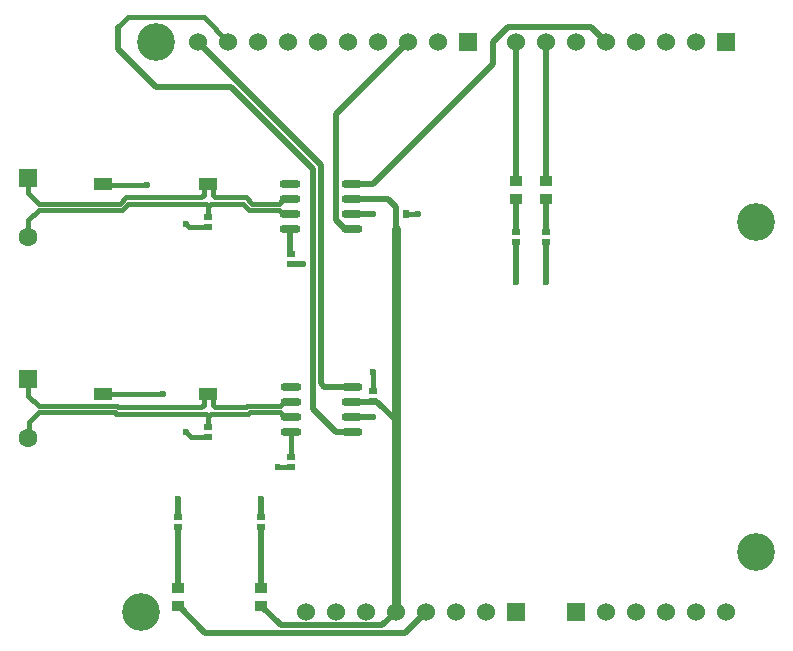
<source format=gtl>
G04*
G04 #@! TF.GenerationSoftware,Altium Limited,Altium Designer,20.2.6 (244)*
G04*
G04 Layer_Physical_Order=1*
G04 Layer_Color=255*
%FSLAX25Y25*%
%MOIN*%
G70*
G04*
G04 #@! TF.SameCoordinates,3ADD8469-B8FD-440E-8261-352D89208680*
G04*
G04*
G04 #@! TF.FilePolarity,Positive*
G04*
G01*
G75*
%ADD12C,0.01575*%
%ADD17R,0.02559X0.02362*%
%ADD18R,0.02362X0.02559*%
%ADD19R,0.05906X0.04331*%
%ADD20R,0.03858X0.03661*%
%ADD21O,0.07087X0.02756*%
%ADD32C,0.01968*%
%ADD33C,0.03150*%
%ADD34R,0.06299X0.06299*%
%ADD35C,0.06299*%
%ADD36C,0.06000*%
%ADD37R,0.06000X0.06000*%
%ADD38C,0.12598*%
%ADD39C,0.02362*%
D12*
X89049Y146053D02*
X91140Y143963D01*
X101085D01*
X77500Y145131D02*
X78422Y146053D01*
X89049D01*
X102548Y142500D02*
X104764D01*
X77500Y141673D02*
Y145131D01*
X101085Y143963D02*
X102548Y142500D01*
X50833Y146053D02*
X76578D01*
X77500Y145131D01*
X48742Y143963D02*
X50833Y146053D01*
X20922Y143963D02*
X48742D01*
X78918Y149051D02*
X79841Y148128D01*
X77540Y152500D02*
X78918Y151122D01*
X79841Y148128D02*
X89908D01*
X77520Y152500D02*
X77540D01*
X77499D02*
X77520D01*
X78918Y149051D02*
Y151122D01*
X102548Y147500D02*
X104764D01*
X101085Y146037D02*
X102548Y147500D01*
X89908Y148128D02*
X91999Y146037D01*
X101085D01*
X76121Y151122D02*
X77499Y152500D01*
X75199Y148128D02*
X76121Y149051D01*
Y151122D01*
X49973Y148128D02*
X75199D01*
X47883Y146037D02*
X49973Y148128D01*
X20922Y146037D02*
X47883D01*
X17500Y135000D02*
Y140540D01*
X20922Y143963D01*
X17500Y149460D02*
Y154685D01*
Y149460D02*
X20922Y146037D01*
X77540Y82500D02*
X78918Y81122D01*
X102784Y80000D02*
X105000D01*
X77520Y82500D02*
X77540D01*
X77499D02*
X77520D01*
X78918Y79051D02*
Y81122D01*
X101322Y78537D02*
X102784Y80000D01*
X90417Y78537D02*
X101322D01*
X90008Y78128D02*
X90417Y78537D01*
X78918Y79051D02*
X79841Y78128D01*
X90008D01*
X76121Y81122D02*
X77499Y82500D01*
X76121Y79051D02*
Y81122D01*
X75199Y78128D02*
X76121Y79051D01*
X47527Y78128D02*
X75199D01*
X20922Y78537D02*
X47117D01*
X47527Y78128D01*
X90867Y76053D02*
X91277Y76463D01*
X101322D01*
X77500Y75131D02*
X78422Y76053D01*
X90867D01*
X102784Y75000D02*
X105000D01*
X101322Y76463D02*
X102784Y75000D01*
X77500Y71673D02*
Y75131D01*
X46258Y76463D02*
X46667Y76053D01*
X76578D01*
X20922Y76463D02*
X46258D01*
X76578Y76053D02*
X77500Y75131D01*
X17500Y67815D02*
X17787Y68102D01*
Y73327D01*
X20922Y76463D01*
X17500Y81960D02*
Y87500D01*
Y81960D02*
X20922Y78537D01*
X70213Y139205D02*
X71091Y138327D01*
X70000Y139205D02*
X70213D01*
X40374Y152106D02*
X57138D01*
X71091Y138327D02*
X77500D01*
X143405Y142500D02*
X147500D01*
X132500Y83563D02*
Y90000D01*
X132500Y90000D02*
X132500Y90000D01*
X71673Y68327D02*
X77500D01*
X70000Y70000D02*
X71673Y68327D01*
X42480Y82500D02*
X62500D01*
X100833Y58120D02*
X101040Y58327D01*
X105000D01*
Y61673D02*
Y70000D01*
X105000Y70000D02*
X105000Y70000D01*
X50571Y208071D02*
X75929D01*
X47500Y205000D02*
X50571Y208071D01*
X75929D02*
X84000Y200000D01*
D17*
X132500Y83563D02*
D03*
Y80216D02*
D03*
X77500Y141673D02*
D03*
Y138327D02*
D03*
X105000Y58327D02*
D03*
Y61673D02*
D03*
Y125827D02*
D03*
Y129173D02*
D03*
X190000Y136673D02*
D03*
Y133327D02*
D03*
X180000Y136673D02*
D03*
Y133327D02*
D03*
X95000Y41673D02*
D03*
Y38327D02*
D03*
X67500Y38327D02*
D03*
Y41673D02*
D03*
X77500Y68327D02*
D03*
Y71673D02*
D03*
D18*
X143405Y142500D02*
D03*
X140059D02*
D03*
D19*
X77520Y152500D02*
D03*
X42480D02*
D03*
Y82500D02*
D03*
X77520D02*
D03*
D20*
X190000Y153563D02*
D03*
Y147500D02*
D03*
X180000Y153563D02*
D03*
Y147500D02*
D03*
X67500Y11969D02*
D03*
Y18032D02*
D03*
X95000D02*
D03*
Y11969D02*
D03*
D21*
X105000Y85000D02*
D03*
Y80000D02*
D03*
Y75000D02*
D03*
Y70000D02*
D03*
X125472Y85000D02*
D03*
Y80000D02*
D03*
Y75000D02*
D03*
Y70000D02*
D03*
X104764Y152500D02*
D03*
Y147500D02*
D03*
Y142500D02*
D03*
Y137500D02*
D03*
X125236Y152500D02*
D03*
Y147500D02*
D03*
Y142500D02*
D03*
Y137500D02*
D03*
D32*
X120000Y140571D02*
Y176000D01*
Y140571D02*
X123071Y137500D01*
X120000Y176000D02*
X144000Y200000D01*
X115000Y86153D02*
X116153Y85000D01*
X74000Y200000D02*
X115000Y159000D01*
X116153Y85000D02*
X125472D01*
X115000Y86153D02*
Y159000D01*
X85000Y185000D02*
X112500Y157500D01*
Y89009D02*
Y157500D01*
X109067Y125827D02*
X109118Y125775D01*
X105000Y125827D02*
X109067D01*
X60000Y185000D02*
X85000D01*
X47500Y197500D02*
X60000Y185000D01*
X125472Y80000D02*
X133750D01*
X140000Y73750D01*
X140000Y137500D02*
X140000Y137500D01*
X137500Y147500D02*
X140000Y145000D01*
Y137500D02*
Y145000D01*
X125236Y147500D02*
X137500D01*
X125472Y75000D02*
X132500D01*
X47500Y197500D02*
Y205000D01*
X112500Y77500D02*
Y89009D01*
X120000Y70000D02*
X125472D01*
X112500Y77500D02*
X120000Y70000D01*
X125236Y152500D02*
X132500D01*
X172500Y192500D01*
Y200000D02*
X177500Y205000D01*
X172500Y192500D02*
Y200000D01*
X177500Y205000D02*
X205000D01*
X210000Y200000D01*
X123071Y137500D02*
X125236D01*
Y142500D02*
X132500D01*
X104764Y129370D02*
Y137500D01*
Y129370D02*
X104961Y129173D01*
X105000D01*
X190000Y153563D02*
Y200000D01*
X180000Y153563D02*
Y200000D01*
X190000Y136673D02*
Y147500D01*
X180000Y136673D02*
Y147500D01*
X190000Y120000D02*
Y133327D01*
Y120000D02*
X190000Y120000D01*
X180000Y120000D02*
Y133327D01*
Y120000D02*
X180000Y120000D01*
X190000Y147500D02*
X190000Y147500D01*
X180000Y147500D02*
X180000Y147500D01*
X67500Y11969D02*
X67598D01*
X76520Y3047D01*
X143047D01*
X150000Y10000D01*
X95098Y11969D02*
X101551Y5516D01*
X95000Y11969D02*
X95098D01*
X101551Y5516D02*
X135516D01*
X140000Y10000D01*
X67500Y41673D02*
X67500Y41673D01*
Y47500D01*
X95000Y41673D02*
Y47500D01*
X95000Y47500D02*
X95000Y47500D01*
X67500Y18032D02*
Y38327D01*
X67500Y38327D02*
X67500Y38327D01*
X95000Y18032D02*
X95000Y18032D01*
Y38327D01*
D33*
X140000Y137500D02*
X140000Y73750D01*
X140000Y10000D01*
D34*
X17500Y154685D02*
D03*
Y87500D02*
D03*
D35*
Y135000D02*
D03*
Y67815D02*
D03*
D36*
X160000Y10000D02*
D03*
X170000D02*
D03*
X110000D02*
D03*
X120000D02*
D03*
X130000D02*
D03*
X140000D02*
D03*
X150000D02*
D03*
X230000Y200000D02*
D03*
X240000D02*
D03*
X180000D02*
D03*
X190000D02*
D03*
X200000D02*
D03*
X210000D02*
D03*
X220000D02*
D03*
X74000D02*
D03*
X84000D02*
D03*
X94000D02*
D03*
X104000D02*
D03*
X114000D02*
D03*
X124000D02*
D03*
X134000D02*
D03*
X144000D02*
D03*
X154000D02*
D03*
X250000Y10000D02*
D03*
X240000D02*
D03*
X230000D02*
D03*
X220000D02*
D03*
X210000D02*
D03*
D37*
X180000D02*
D03*
X250000Y200000D02*
D03*
X164000D02*
D03*
X200000Y10000D02*
D03*
D38*
X60000Y200000D02*
D03*
X55000Y10000D02*
D03*
X260000Y140000D02*
D03*
Y30000D02*
D03*
D39*
X70000Y139205D02*
D03*
X57138Y152106D02*
D03*
X132500Y90000D02*
D03*
X147500Y142500D02*
D03*
X70000Y70000D02*
D03*
X62500Y82500D02*
D03*
X100833Y58120D02*
D03*
X109118Y125775D02*
D03*
X132500Y75000D02*
D03*
Y142500D02*
D03*
X190000Y120000D02*
D03*
X180000D02*
D03*
X95000Y47500D02*
D03*
X67500D02*
D03*
M02*

</source>
